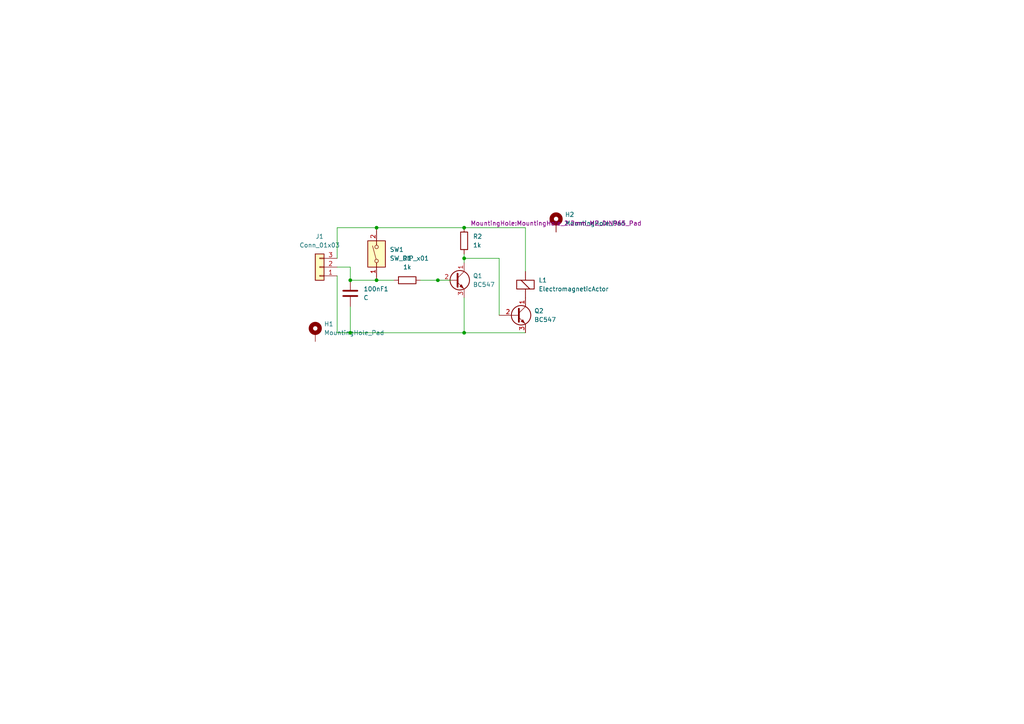
<source format=kicad_sch>
(kicad_sch (version 20211123) (generator eeschema)
  (paper "A4")
  (lib_symbols
    (symbol "Connector_Generic:Conn_01x03" (pin_names (offset 1.016) hide)
      (property "Reference" "J" (at 0 5.08 0))
      (property "Value" "Conn_01x03" (at 0 -5.08 0))
      (symbol "Conn_01x03_1_1"
        (rectangle (start -1.27 -2.413) (end 0 -2.667) (stroke (width 0.1524)))
        (rectangle (start -1.27 0.127) (end 0 -0.127) (stroke (width 0.1524)))
        (rectangle (start -1.27 2.667) (end 0 2.413) (stroke (width 0.1524)))
        (rectangle (start -1.27 3.81) (end 1.27 -3.81) (stroke (width 0.254)) (fill (type background)))
        (pin passive line (at -5.08 2.54 0) (length 3.81) (name "Pin_1") (number "1"))
        (pin passive line (at -5.08 0 0) (length 3.81) (name "Pin_2") (number "2"))
        (pin passive line (at -5.08 -2.54 0) (length 3.81) (name "Pin_3") (number "3"))
      )
    )
    (symbol "Device:C" (pin_numbers hide) (pin_names (offset 0.254))
      (property "Reference" "C" (at 0.635 2.54 0))
      (property "Value" "C" (at 0.635 -2.54 0))
      (symbol "C_0_1"
        (polyline (pts (xy -2.032 -0.762) (xy 2.032 -0.762)) (stroke (width 0.508)))
        (polyline (pts (xy -2.032 0.762) (xy 2.032 0.762)) (stroke (width 0.508)))
      )
      (symbol "C_1_1"
        (pin passive line (at 0 3.81 270) (length 2.794) (name "~") (number "1"))
        (pin passive line (at 0 -3.81 90) (length 2.794) (name "~") (number "2"))
      )
    )
    (symbol "Device:ElectromagneticActor" (pin_numbers hide) (pin_names (offset 0.0254) hide)
      (property "Reference" "L" (at 1.27 3.81 0))
      (property "Value" "ElectromagneticActor" (at 1.27 -1.27 0))
      (symbol "ElectromagneticActor_0_1"
        (rectangle (start -2.54 2.54) (end 2.54 0) (stroke (width 0.254)))
        (polyline (pts (xy -1.27 2.54) (xy 1.27 0)) (stroke (width 0.254)))
      )
      (symbol "ElectromagneticActor_1_1"
        (pin passive line (at 0 5.08 270) (length 2.54) (name "-") (number "1"))
        (pin passive line (at 0 -2.54 90) (length 2.54) (name "+") (number "2"))
      )
    )
    (symbol "Device:R" (pin_numbers hide) (pin_names (offset 0))
      (property "Reference" "R" (at 2.032 0 90))
      (property "Value" "R" (at 0 0 90))
      (symbol "R_0_1"
        (rectangle (start -1.016 -2.54) (end 1.016 2.54) (stroke (width 0.254)))
      )
      (symbol "R_1_1"
        (pin passive line (at 0 3.81 270) (length 1.27) (name "~") (number "1"))
        (pin passive line (at 0 -3.81 90) (length 1.27) (name "~") (number "2"))
      )
    )
    (symbol "Mechanical:MountingHole_Pad" (pin_numbers hide) (pin_names (offset 1.016) hide)
      (property "Reference" "H" (at 0 6.35 0))
      (property "Value" "MountingHole_Pad" (at 0 4.445 0))
      (symbol "MountingHole_Pad_0_1"
        (circle (center 0 1.27) (radius 1.27) (stroke (width 1.27)))
      )
      (symbol "MountingHole_Pad_1_1"
        (pin input line (at 0 -2.54 90) (length 2.54) (name "1") (number "1"))
      )
    )
    (symbol "Switch:SW_DIP_x01" (pin_names (offset 0) hide)
      (property "Reference" "SW" (at 0 3.81 0))
      (property "Value" "SW_DIP_x01" (at 0 -3.81 0))
      (symbol "SW_DIP_x01_0_0"
        (circle (center -2.032 0) (radius 0.508))
        (polyline (pts (xy -1.524 0.127) (xy 2.3622 1.1684)))
        (circle (center 2.032 0) (radius 0.508))
      )
      (symbol "SW_DIP_x01_0_1"
        (rectangle (start -3.81 2.54) (end 3.81 -2.54) (stroke (width 0.254)) (fill (type background)))
      )
      (symbol "SW_DIP_x01_1_1"
        (pin passive line (at -7.62 0 0) (length 5.08) (name "~") (number "1"))
        (pin passive line (at 7.62 0 180) (length 5.08) (name "~") (number "2"))
      )
    )
    (symbol "Transistor_BJT:BC547" (pin_names (offset 0) hide)
      (property "Reference" "Q" (at 5.08 1.905 0))
      (property "Value" "BC547" (at 5.08 0 0))
      (symbol "BC547_0_1"
        (polyline (pts (xy 0 0) (xy 0.635 0)))
        (polyline (pts (xy 0.635 0.635) (xy 2.54 2.54)))
        (polyline (pts (xy 0.635 -0.635) (xy 2.54 -2.54) (xy 2.54 -2.54)))
        (polyline (pts (xy 0.635 1.905) (xy 0.635 -1.905) (xy 0.635 -1.905)) (stroke (width 0.508)))
        (polyline (pts (xy 1.27 -1.778) (xy 1.778 -1.27) (xy 2.286 -2.286) (xy 1.27 -1.778) (xy 1.27 -1.778)) (fill (type outline)))
        (circle (center 1.27 0) (radius 2.8194) (stroke (width 0.254)))
      )
      (symbol "BC547_1_1"
        (pin passive line (at 2.54 5.08 270) (length 2.54) (name "C") (number "1"))
        (pin input line (at -5.08 0 0) (length 5.08) (name "B") (number "2"))
        (pin passive line (at 2.54 -5.08 90) (length 2.54) (name "E") (number "3"))
      )
    )
  )
  (junction (at 101.6 96.52))
  (junction (at 134.62 66.04))
  (junction (at 134.62 74.93))
  (junction (at 101.6 81.28))
  (junction (at 109.22 66.04))
  (junction (at 109.22 81.28))
  (junction (at 134.62 96.52))
  (junction (at 127 81.28))
  (wire (pts (xy 144.78 91.44) (xy 144.78 74.93)))
  (wire (pts (xy 127 81.28) (xy 130.81 81.28)))
  (wire (pts (xy 97.79 80.01) (xy 97.79 96.52)))
  (wire (pts (xy 134.62 74.93) (xy 134.62 76.2)))
  (wire (pts (xy 152.4 66.04) (xy 152.4 78.74)))
  (wire (pts (xy 134.62 66.04) (xy 152.4 66.04)))
  (wire (pts (xy 101.6 88.9) (xy 101.6 96.52)))
  (wire (pts (xy 97.79 74.93) (xy 97.79 66.04)))
  (wire (pts (xy 97.79 66.04) (xy 109.22 66.04)))
  (wire (pts (xy 134.62 96.52) (xy 152.4 96.52)))
  (wire (pts (xy 134.62 73.66) (xy 134.62 74.93)))
  (wire (pts (xy 134.62 86.36) (xy 134.62 96.52)))
  (wire (pts (xy 101.6 77.47) (xy 101.6 81.28)))
  (wire (pts (xy 97.79 96.52) (xy 101.6 96.52)))
  (wire (pts (xy 121.92 81.28) (xy 127 81.28)))
  (wire (pts (xy 109.22 81.28) (xy 114.3 81.28)))
  (wire (pts (xy 109.22 66.04) (xy 134.62 66.04)))
  (wire (pts (xy 101.6 81.28) (xy 109.22 81.28)))
  (wire (pts (xy 97.79 77.47) (xy 101.6 77.47)))
  (wire (pts (xy 134.62 74.93) (xy 144.78 74.93)))
  (wire (pts (xy 101.6 96.52) (xy 134.62 96.52)))
  (symbol (lib_id "Device:C") (at 101.6 85.09 0) (unit 1)
    (property "Reference" "100nF1" (at 105.41 83.8199 0) (effects (justify left)))
    (property "Value" "C" (at 105.41 86.3599 0) (effects (justify left)))
    (property "Footprint" "Capacitor_THT:C_Disc_D5.0mm_W2.5mm_P2.50mm" (effects hide))
  )
  (symbol (lib_id "Device:ElectromagneticActor") (at 152.4 83.82 0) (unit 1)
    (property "Reference" "L1" (at 156.21 81.2799 0) (effects (justify left)))
    (property "Value" "ElectromagneticActor" (at 156.21 83.8199 0) (effects (justify left)))
    (property "Footprint" "Connector_PinHeader_2.54mm:PinHeader_1x02_P2.54mm_Vertical" (effects hide))
  )
  (symbol (lib_id "Device:R") (at 134.62 69.85 0) (unit 1)
    (property "Reference" "R2" (at 137.16 68.5799 0) (effects (justify left)))
    (property "Value" "1k" (at 137.16 71.1199 0) (effects (justify left)))
    (property "Footprint" "Resistor_THT:R_Axial_DIN0207_L6.3mm_D2.5mm_P7.62mm_Horizontal" (effects hide))
  )
  (symbol (lib_id "Mechanical:MountingHole_Pad") (at 161.29 64.77 0) (unit 1)
    (property "Reference" "H2" (at 163.83 62.2299 0) (effects (justify left)))
    (property "Value" "MountingHole_Pad" (at 163.83 64.7699 0) (effects (justify left)))
    (property "Footprint" "MountingHole:MountingHole_2.2mm_M2_DIN965_Pad" (at 161.29 64.77 0))
  )
  (symbol (lib_id "Transistor_BJT:BC547") (at 132.08 81.28 0) (unit 1)
    (property "Reference" "Q1" (at 137.16 80.0099 0) (effects (justify left)))
    (property "Value" "BC547" (at 137.16 82.5499 0) (effects (justify left)))
    (property "Footprint" "Package_TO_SOT_THT:TO-92_HandSolder" (effects hide))
    (property "Datasheet" "https://www.onsemi.com/pub/Collateral/BC550-D.pdf" (effects hide))
  )
  (symbol (lib_id "Transistor_BJT:BC547") (at 149.86 91.44 0) (unit 1)
    (property "Reference" "Q2" (at 154.94 90.1699 0) (effects (justify left)))
    (property "Value" "BC547" (at 154.94 92.7099 0) (effects (justify left)))
    (property "Footprint" "Package_TO_SOT_THT:TO-92_HandSolder" (effects hide))
    (property "Datasheet" "https://www.onsemi.com/pub/Collateral/BC550-D.pdf" (effects hide))
  )
  (symbol (lib_id "Connector_Generic:Conn_01x03") (at 92.71 77.47 180) (unit 1)
    (property "Reference" "J1" (at 92.71 68.58 0))
    (property "Value" "Conn_01x03" (at 92.71 71.12 0))
    (property "Footprint" "Connector_PinHeader_2.54mm:PinHeader_1x03_P2.54mm_Vertical" (effects hide))
  )
  (symbol (lib_id "Switch:SW_DIP_x01") (at 109.22 73.66 90) (unit 1)
    (property "Reference" "SW1" (at 113.03 72.3899 90) (effects (justify right)))
    (property "Value" "SW_DIP_x01" (at 113.03 74.9299 90) (effects (justify right)))
    (property "Footprint" "Connector_PinHeader_2.54mm:PinHeader_1x02_P2.54mm_Vertical" (effects hide))
  )
  (symbol (lib_id "Device:R") (at 118.11 81.28 90) (unit 1)
    (property "Reference" "R1" (at 118.11 74.93 90))
    (property "Value" "1k" (at 118.11 77.47 90))
    (property "Footprint" "Resistor_THT:R_Axial_DIN0207_L6.3mm_D2.5mm_P7.62mm_Horizontal" (effects hide))
  )
  (symbol (lib_id "Mechanical:MountingHole_Pad") (at 91.44 96.52 0) (unit 1)
    (property "Reference" "H1" (at 93.98 93.9799 0) (effects (justify left)))
    (property "Value" "MountingHole_Pad" (at 93.98 96.5199 0) (effects (justify left)))
    (property "Footprint" "MountingHole:MountingHole_2.2mm_M2_DIN965_Pad" (effects hide))
  )
)
</source>
